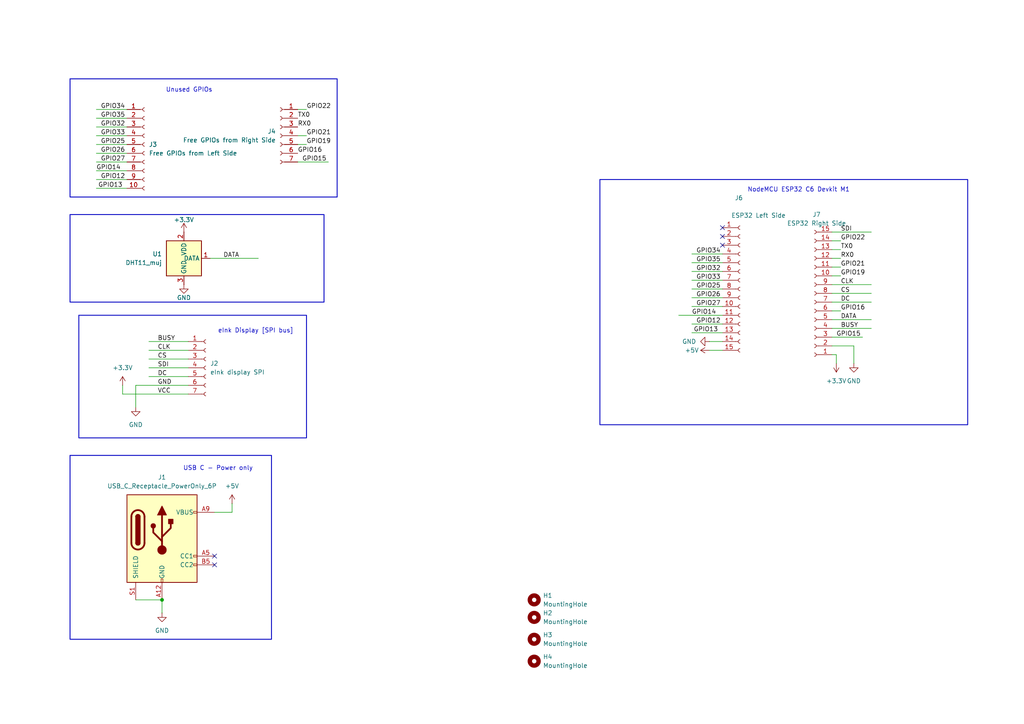
<source format=kicad_sch>
(kicad_sch (version 20250114) (generator "eeschema") (generator_version "9.0")
  (paper "A4")
  (lib_symbols
    (symbol "Connector:Conn_01x07_Socket" (pin_names (offset 1.016) (hide yes))
      (property "Reference" "J" (at 0 10.16 0))
      (property "Value" "Conn_01x07_Socket" (at 0 -10.16 0))
      (symbol "Conn_01x07_Socket_1_1"
        (polyline (pts (xy -1.27 7.62) (xy -0.508 7.62)) (stroke (width 0.1524)))
        (polyline (pts (xy -1.27 5.08) (xy -0.508 5.08)) (stroke (width 0.1524)))
        (polyline (pts (xy -1.27 2.54) (xy -0.508 2.54)) (stroke (width 0.1524)))
        (polyline (pts (xy -1.27 0) (xy -0.508 0)) (stroke (width 0.1524)))
        (polyline (pts (xy -1.27 -2.54) (xy -0.508 -2.54)) (stroke (width 0.1524)))
        (polyline (pts (xy -1.27 -5.08) (xy -0.508 -5.08)) (stroke (width 0.1524)))
        (polyline (pts (xy -1.27 -7.62) (xy -0.508 -7.62)) (stroke (width 0.1524)))
        (arc (start 0 7.112) (mid -0.5058 7.62) (end 0 8.128) (stroke (width 0.1524)))
        (arc (start 0 4.572) (mid -0.5058 5.08) (end 0 5.588) (stroke (width 0.1524)))
        (arc (start 0 2.032) (mid -0.5058 2.54) (end 0 3.048) (stroke (width 0.1524)))
        (arc (start 0 -0.508) (mid -0.5058 0) (end 0 0.508) (stroke (width 0.1524)))
        (arc (start 0 -3.048) (mid -0.5058 -2.54) (end 0 -2.032) (stroke (width 0.1524)))
        (arc (start 0 -5.588) (mid -0.5058 -5.08) (end 0 -4.572) (stroke (width 0.1524)))
        (arc (start 0 -8.128) (mid -0.5058 -7.62) (end 0 -7.112) (stroke (width 0.1524)))
        (pin passive line (at -5.08 7.62 0) (length 3.81) (name "Pin_1") (number "1"))
        (pin passive line (at -5.08 5.08 0) (length 3.81) (name "Pin_2") (number "2"))
        (pin passive line (at -5.08 2.54 0) (length 3.81) (name "Pin_3") (number "3"))
        (pin passive line (at -5.08 0 0) (length 3.81) (name "Pin_4") (number "4"))
        (pin passive line (at -5.08 -2.54 0) (length 3.81) (name "Pin_5") (number "5"))
        (pin passive line (at -5.08 -5.08 0) (length 3.81) (name "Pin_6") (number "6"))
        (pin passive line (at -5.08 -7.62 0) (length 3.81) (name "Pin_7") (number "7"))
      )
    )
    (symbol "Connector:Conn_01x10_Socket" (pin_names (offset 1.016) (hide yes))
      (property "Reference" "J" (at 0 12.7 0))
      (property "Value" "Conn_01x10_Socket" (at 0 -15.24 0))
      (symbol "Conn_01x10_Socket_1_1"
        (polyline (pts (xy -1.27 10.16) (xy -0.508 10.16)) (stroke (width 0.1524)))
        (polyline (pts (xy -1.27 7.62) (xy -0.508 7.62)) (stroke (width 0.1524)))
        (polyline (pts (xy -1.27 5.08) (xy -0.508 5.08)) (stroke (width 0.1524)))
        (polyline (pts (xy -1.27 2.54) (xy -0.508 2.54)) (stroke (width 0.1524)))
        (polyline (pts (xy -1.27 0) (xy -0.508 0)) (stroke (width 0.1524)))
        (polyline (pts (xy -1.27 -2.54) (xy -0.508 -2.54)) (stroke (width 0.1524)))
        (polyline (pts (xy -1.27 -5.08) (xy -0.508 -5.08)) (stroke (width 0.1524)))
        (polyline (pts (xy -1.27 -7.62) (xy -0.508 -7.62)) (stroke (width 0.1524)))
        (polyline (pts (xy -1.27 -10.16) (xy -0.508 -10.16)) (stroke (width 0.1524)))
        (polyline (pts (xy -1.27 -12.7) (xy -0.508 -12.7)) (stroke (width 0.1524)))
        (arc (start 0 9.652) (mid -0.5058 10.16) (end 0 10.668) (stroke (width 0.1524)))
        (arc (start 0 7.112) (mid -0.5058 7.62) (end 0 8.128) (stroke (width 0.1524)))
        (arc (start 0 4.572) (mid -0.5058 5.08) (end 0 5.588) (stroke (width 0.1524)))
        (arc (start 0 2.032) (mid -0.5058 2.54) (end 0 3.048) (stroke (width 0.1524)))
        (arc (start 0 -0.508) (mid -0.5058 0) (end 0 0.508) (stroke (width 0.1524)))
        (arc (start 0 -3.048) (mid -0.5058 -2.54) (end 0 -2.032) (stroke (width 0.1524)))
        (arc (start 0 -5.588) (mid -0.5058 -5.08) (end 0 -4.572) (stroke (width 0.1524)))
        (arc (start 0 -8.128) (mid -0.5058 -7.62) (end 0 -7.112) (stroke (width 0.1524)))
        (arc (start 0 -10.668) (mid -0.5058 -10.16) (end 0 -9.652) (stroke (width 0.1524)))
        (arc (start 0 -13.208) (mid -0.5058 -12.7) (end 0 -12.192) (stroke (width 0.1524)))
        (pin passive line (at -5.08 10.16 0) (length 3.81) (name "Pin_1") (number "1"))
        (pin passive line (at -5.08 7.62 0) (length 3.81) (name "Pin_2") (number "2"))
        (pin passive line (at -5.08 5.08 0) (length 3.81) (name "Pin_3") (number "3"))
        (pin passive line (at -5.08 2.54 0) (length 3.81) (name "Pin_4") (number "4"))
        (pin passive line (at -5.08 0 0) (length 3.81) (name "Pin_5") (number "5"))
        (pin passive line (at -5.08 -2.54 0) (length 3.81) (name "Pin_6") (number "6"))
        (pin passive line (at -5.08 -5.08 0) (length 3.81) (name "Pin_7") (number "7"))
        (pin passive line (at -5.08 -7.62 0) (length 3.81) (name "Pin_8") (number "8"))
        (pin passive line (at -5.08 -10.16 0) (length 3.81) (name "Pin_9") (number "9"))
        (pin passive line (at -5.08 -12.7 0) (length 3.81) (name "Pin_10") (number "10"))
      )
    )
    (symbol "Connector:Conn_01x15_Socket" (pin_names (offset 1.016) (hide yes))
      (property "Reference" "J" (at 0 20.32 0))
      (property "Value" "Conn_01x15_Socket" (at 0 -20.32 0))
      (symbol "Conn_01x15_Socket_1_1"
        (polyline (pts (xy -1.27 17.78) (xy -0.508 17.78)) (stroke (width 0.1524)))
        (polyline (pts (xy -1.27 15.24) (xy -0.508 15.24)) (stroke (width 0.1524)))
        (polyline (pts (xy -1.27 12.7) (xy -0.508 12.7)) (stroke (width 0.1524)))
        (polyline (pts (xy -1.27 10.16) (xy -0.508 10.16)) (stroke (width 0.1524)))
        (polyline (pts (xy -1.27 7.62) (xy -0.508 7.62)) (stroke (width 0.1524)))
        (polyline (pts (xy -1.27 5.08) (xy -0.508 5.08)) (stroke (width 0.1524)))
        (polyline (pts (xy -1.27 2.54) (xy -0.508 2.54)) (stroke (width 0.1524)))
        (polyline (pts (xy -1.27 0) (xy -0.508 0)) (stroke (width 0.1524)))
        (polyline (pts (xy -1.27 -2.54) (xy -0.508 -2.54)) (stroke (width 0.1524)))
        (polyline (pts (xy -1.27 -5.08) (xy -0.508 -5.08)) (stroke (width 0.1524)))
        (polyline (pts (xy -1.27 -7.62) (xy -0.508 -7.62)) (stroke (width 0.1524)))
        (polyline (pts (xy -1.27 -10.16) (xy -0.508 -10.16)) (stroke (width 0.1524)))
        (polyline (pts (xy -1.27 -12.7) (xy -0.508 -12.7)) (stroke (width 0.1524)))
        (polyline (pts (xy -1.27 -15.24) (xy -0.508 -15.24)) (stroke (width 0.1524)))
        (polyline (pts (xy -1.27 -17.78) (xy -0.508 -17.78)) (stroke (width 0.1524)))
        (arc (start 0 17.272) (mid -0.5058 17.78) (end 0 18.288) (stroke (width 0.1524)))
        (arc (start 0 14.732) (mid -0.5058 15.24) (end 0 15.748) (stroke (width 0.1524)))
        (arc (start 0 12.192) (mid -0.5058 12.7) (end 0 13.208) (stroke (width 0.1524)))
        (arc (start 0 9.652) (mid -0.5058 10.16) (end 0 10.668) (stroke (width 0.1524)))
        (arc (start 0 7.112) (mid -0.5058 7.62) (end 0 8.128) (stroke (width 0.1524)))
        (arc (start 0 4.572) (mid -0.5058 5.08) (end 0 5.588) (stroke (width 0.1524)))
        (arc (start 0 2.032) (mid -0.5058 2.54) (end 0 3.048) (stroke (width 0.1524)))
        (arc (start 0 -0.508) (mid -0.5058 0) (end 0 0.508) (stroke (width 0.1524)))
        (arc (start 0 -3.048) (mid -0.5058 -2.54) (end 0 -2.032) (stroke (width 0.1524)))
        (arc (start 0 -5.588) (mid -0.5058 -5.08) (end 0 -4.572) (stroke (width 0.1524)))
        (arc (start 0 -8.128) (mid -0.5058 -7.62) (end 0 -7.112) (stroke (width 0.1524)))
        (arc (start 0 -10.668) (mid -0.5058 -10.16) (end 0 -9.652) (stroke (width 0.1524)))
        (arc (start 0 -13.208) (mid -0.5058 -12.7) (end 0 -12.192) (stroke (width 0.1524)))
        (arc (start 0 -15.748) (mid -0.5058 -15.24) (end 0 -14.732) (stroke (width 0.1524)))
        (arc (start 0 -18.288) (mid -0.5058 -17.78) (end 0 -17.272) (stroke (width 0.1524)))
        (pin passive line (at -5.08 17.78 0) (length 3.81) (name "Pin_1") (number "1"))
        (pin passive line (at -5.08 15.24 0) (length 3.81) (name "Pin_2") (number "2"))
        (pin passive line (at -5.08 12.7 0) (length 3.81) (name "Pin_3") (number "3"))
        (pin passive line (at -5.08 10.16 0) (length 3.81) (name "Pin_4") (number "4"))
        (pin passive line (at -5.08 7.62 0) (length 3.81) (name "Pin_5") (number "5"))
        (pin passive line (at -5.08 5.08 0) (length 3.81) (name "Pin_6") (number "6"))
        (pin passive line (at -5.08 2.54 0) (length 3.81) (name "Pin_7") (number "7"))
        (pin passive line (at -5.08 0 0) (length 3.81) (name "Pin_8") (number "8"))
        (pin passive line (at -5.08 -2.54 0) (length 3.81) (name "Pin_9") (number "9"))
        (pin passive line (at -5.08 -5.08 0) (length 3.81) (name "Pin_10") (number "10"))
        (pin passive line (at -5.08 -7.62 0) (length 3.81) (name "Pin_11") (number "11"))
        (pin passive line (at -5.08 -10.16 0) (length 3.81) (name "Pin_12") (number "12"))
        (pin passive line (at -5.08 -12.7 0) (length 3.81) (name "Pin_13") (number "13"))
        (pin passive line (at -5.08 -15.24 0) (length 3.81) (name "Pin_14") (number "14"))
        (pin passive line (at -5.08 -17.78 0) (length 3.81) (name "Pin_15") (number "15"))
      )
    )
    (symbol "Connector:USB_C_Receptacle_PowerOnly_6P" (pin_names (offset 1.016))
      (property "Reference" "J" (at 0 16.51 0))
      (property "Value" "USB_C_Receptacle_PowerOnly_6P" (at 0 13.97 0))
      (symbol "USB_C_Receptacle_PowerOnly_6P_0_0"
        (rectangle (start -0.254 -12.7) (end 0.254 -11.684))
        (rectangle (start 10.16 7.874) (end 9.144 7.366))
        (rectangle (start 10.16 -4.826) (end 9.144 -5.334))
        (rectangle (start 10.16 -7.366) (end 9.144 -7.874))
      )
      (symbol "USB_C_Receptacle_PowerOnly_6P_0_1"
        (rectangle (start -10.16 12.7) (end 10.16 -12.7) (stroke (width 0.254)) (fill (type background)))
        (polyline (pts (xy -8.89 -1.27) (xy -8.89 6.35)) (stroke (width 0.508)))
        (rectangle (start -7.62 -1.27) (end -6.35 6.35) (stroke (width 0.254)) (fill (type outline)))
        (arc (start -7.62 6.35) (mid -6.985 6.9823) (end -6.35 6.35) (stroke (width 0.254)))
        (arc (start -7.62 6.35) (mid -6.985 6.9823) (end -6.35 6.35) (stroke (width 0.254)) (fill (type outline)))
        (arc (start -8.89 6.35) (mid -6.985 8.2467) (end -5.08 6.35) (stroke (width 0.508)))
        (arc (start -5.08 -1.27) (mid -6.985 -3.1667) (end -8.89 -1.27) (stroke (width 0.508)))
        (arc (start -6.35 -1.27) (mid -6.985 -1.9023) (end -7.62 -1.27) (stroke (width 0.254)))
        (arc (start -6.35 -1.27) (mid -6.985 -1.9023) (end -7.62 -1.27) (stroke (width 0.254)) (fill (type outline)))
        (polyline (pts (xy -5.08 6.35) (xy -5.08 -1.27)) (stroke (width 0.508)))
        (circle (center -2.54 3.683) (radius 0.635) (stroke (width 0.254)) (fill (type outline)))
        (polyline (pts (xy -1.27 6.858) (xy 0 9.398) (xy 1.27 6.858) (xy -1.27 6.858)) (stroke (width 0.254)) (fill (type outline)))
        (polyline (pts (xy 0 0.508) (xy 2.54 3.048) (xy 2.54 4.318)) (stroke (width 0.508)))
        (polyline (pts (xy 0 -0.762) (xy -2.54 1.778) (xy -2.54 3.048)) (stroke (width 0.508)))
        (polyline (pts (xy 0 -3.302) (xy 0 6.858)) (stroke (width 0.508)))
        (circle (center 0 -3.302) (radius 1.27) (fill (type outline)))
        (rectangle (start 1.905 4.318) (end 3.175 5.588) (stroke (width 0.254)) (fill (type outline)))
      )
      (symbol "USB_C_Receptacle_PowerOnly_6P_1_1"
        (pin passive line (at -7.62 -17.78 90) (length 5.08) (name "SHIELD") (number "S1"))
        (pin passive line (at 0 -17.78 90) (length 5.08) (name "GND") (number "A12"))
        (pin passive line (at 0 -17.78 90) (length 5.08) (hide yes) (name "GND") (number "B12"))
        (pin passive line (at 15.24 7.62 180) (length 5.08) (name "VBUS") (number "A9"))
        (pin passive line (at 15.24 7.62 180) (length 5.08) (hide yes) (name "VBUS") (number "B9"))
        (pin bidirectional line (at 15.24 -5.08 180) (length 5.08) (name "CC1") (number "A5"))
        (pin bidirectional line (at 15.24 -7.62 180) (length 5.08) (name "CC2") (number "B5"))
      )
    )
    (symbol "Mechanical:MountingHole" (pin_names (offset 1.016)) (exclude_from_sim yes) (in_bom no)
      (property "Reference" "H" (at 0 5.08 0))
      (property "Value" "MountingHole" (at 0 3.175 0))
      (symbol "MountingHole_0_1"
        (circle (center 0 0) (radius 1.27) (stroke (width 1.27)))
      )
    )
    (symbol "moje_knihovna:DHT11_muj"
      (property "Reference" "U" (at -3.81 6.35 0))
      (property "Value" "DHT11_muj" (at 3.81 6.35 0))
      (symbol "DHT11_muj_0_1"
        (rectangle (start -5.08 5.08) (end 5.08 -5.08) (stroke (width 0.254)) (fill (type background)))
      )
      (symbol "DHT11_muj_1_1"
        (pin power_in line (at 0 7.62 270) (length 2.54) (name "VDD") (number "2"))
        (pin power_in line (at 0 -7.62 90) (length 2.54) (name "GND") (number "3"))
        (pin bidirectional line (at 7.62 0 180) (length 2.54) (name "DATA") (number "1"))
      )
    )
    (symbol "power:+3.3V" (power) (pin_numbers (hide yes)) (pin_names (offset 0) (hide yes))
      (property "Value" "+3.3V" (at 0 3.556 0))
      (symbol "+3.3V_0_1"
        (polyline (pts (xy -0.762 1.27) (xy 0 2.54)))
        (polyline (pts (xy 0 2.54) (xy 0.762 1.27)))
        (polyline (pts (xy 0 0) (xy 0 2.54)))
      )
      (symbol "+3.3V_1_1"
        (pin power_in line (at 0 0 90) (length 0) (name "~") (number "1"))
      )
    )
    (symbol "power:+5V" (power) (pin_numbers (hide yes)) (pin_names (offset 0) (hide yes))
      (property "Value" "+5V" (at 0 3.556 0))
      (symbol "+5V_0_1"
        (polyline (pts (xy -0.762 1.27) (xy 0 2.54)))
        (polyline (pts (xy 0 2.54) (xy 0.762 1.27)))
        (polyline (pts (xy 0 0) (xy 0 2.54)))
      )
      (symbol "+5V_1_1"
        (pin power_in line (at 0 0 90) (length 0) (name "~") (number "1"))
      )
    )
    (symbol "power:GND" (power) (pin_numbers (hide yes)) (pin_names (offset 0) (hide yes))
      (property "Value" "GND" (at 0 -3.81 0))
      (symbol "GND_0_1"
        (polyline (pts (xy 0 0) (xy 0 -1.27) (xy 1.27 -1.27) (xy 0 -2.54) (xy -1.27 -1.27) (xy 0 -1.27)))
      )
      (symbol "GND_1_1"
        (pin power_in line (at 0 0 270) (length 0) (name "~") (number "1"))
      )
    )
  )
  (rectangle (start 20.32 22.86) (end 97.79 57.15) (stroke (width 0.254)))
  (rectangle (start 22.86 91.44) (end 88.9 127) (stroke (width 0.254)))
  (rectangle (start 173.99 52.07) (end 280.67 123.19) (stroke (width 0.254)))
  (rectangle (start 20.32 62.23) (end 93.98 87.63) (stroke (width 0.254)))
  (rectangle (start 20.32 132.08) (end 78.74 185.42) (stroke (width 0.254)))
  (text "USB C - Power only" (at 63.246 135.89 0) (effects (font (size 1.27 1.27))))
  (text "eInk Display [SPI bus]" (at 74.168 96.012 0) (effects (font (size 1.27 1.27))))
  (text "NodeMCU ESP32 C6 Devkit M1" (at 231.648 55.118 0) (effects (font (size 1.27 1.27))))
  (text "Unused GPIOs" (at 54.864 26.162 0) (effects (font (size 1.27 1.27))))
  (junction (at 46.99 173.99))
  (no_connect (at 209.55 68.58))
  (no_connect (at 209.55 71.12))
  (no_connect (at 62.23 161.29))
  (no_connect (at 62.23 163.83))
  (no_connect (at 209.55 66.04))
  (wire (pts (xy 209.55 96.52) (xy 200.66 96.52)))
  (wire (pts (xy 35.56 114.3) (xy 54.61 114.3)))
  (wire (pts (xy 200.66 76.2) (xy 209.55 76.2)))
  (wire (pts (xy 27.94 49.53) (xy 36.83 49.53)))
  (wire (pts (xy 241.3 77.47) (xy 243.84 77.47)))
  (wire (pts (xy 200.66 73.66) (xy 209.55 73.66)))
  (wire (pts (xy 86.36 39.37) (xy 88.9 39.37)))
  (wire (pts (xy 43.18 99.06) (xy 54.61 99.06)))
  (wire (pts (xy 67.31 148.59) (xy 67.31 146.05)))
  (wire (pts (xy 39.37 173.99) (xy 46.99 173.99)))
  (wire (pts (xy 241.3 80.01) (xy 243.84 80.01)))
  (wire (pts (xy 247.65 100.33) (xy 247.65 105.41)))
  (wire (pts (xy 27.94 46.99) (xy 36.83 46.99)))
  (wire (pts (xy 200.66 83.82) (xy 209.55 83.82)))
  (wire (pts (xy 62.23 148.59) (xy 67.31 148.59)))
  (wire (pts (xy 241.3 72.39) (xy 243.84 72.39)))
  (wire (pts (xy 36.83 54.61) (xy 27.94 54.61)))
  (wire (pts (xy 241.3 95.25) (xy 252.73 95.25)))
  (wire (pts (xy 200.66 78.74) (xy 209.55 78.74)))
  (wire (pts (xy 205.74 99.06) (xy 209.55 99.06)))
  (wire (pts (xy 209.55 91.44) (xy 196.85 91.44)))
  (wire (pts (xy 86.36 31.75) (xy 88.9 31.75)))
  (wire (pts (xy 43.18 109.22) (xy 54.61 109.22)))
  (wire (pts (xy 27.94 34.29) (xy 36.83 34.29)))
  (wire (pts (xy 241.3 92.71) (xy 252.73 92.71)))
  (wire (pts (xy 86.36 46.99) (xy 95.25 46.99)))
  (wire (pts (xy 43.18 104.14) (xy 54.61 104.14)))
  (wire (pts (xy 39.37 111.76) (xy 39.37 118.11)))
  (wire (pts (xy 27.94 31.75) (xy 36.83 31.75)))
  (wire (pts (xy 86.36 41.91) (xy 88.9 41.91)))
  (wire (pts (xy 241.3 67.31) (xy 252.73 67.31)))
  (wire (pts (xy 242.57 102.87) (xy 242.57 105.41)))
  (wire (pts (xy 200.66 93.98) (xy 209.55 93.98)))
  (wire (pts (xy 27.94 41.91) (xy 36.83 41.91)))
  (wire (pts (xy 241.3 100.33) (xy 247.65 100.33)))
  (wire (pts (xy 43.18 106.68) (xy 54.61 106.68)))
  (wire (pts (xy 27.94 39.37) (xy 36.83 39.37)))
  (wire (pts (xy 39.37 111.76) (xy 54.61 111.76)))
  (wire (pts (xy 241.3 102.87) (xy 242.57 102.87)))
  (wire (pts (xy 35.56 111.76) (xy 35.56 114.3)))
  (wire (pts (xy 200.66 86.36) (xy 209.55 86.36)))
  (wire (pts (xy 27.94 52.07) (xy 36.83 52.07)))
  (wire (pts (xy 200.66 81.28) (xy 209.55 81.28)))
  (wire (pts (xy 46.99 173.99) (xy 46.99 177.8)))
  (wire (pts (xy 241.3 74.93) (xy 243.84 74.93)))
  (wire (pts (xy 27.94 44.45) (xy 36.83 44.45)))
  (wire (pts (xy 43.18 101.6) (xy 54.61 101.6)))
  (wire (pts (xy 241.3 90.17) (xy 243.84 90.17)))
  (wire (pts (xy 60.96 74.93) (xy 74.93 74.93)))
  (wire (pts (xy 205.74 101.6) (xy 209.55 101.6)))
  (wire (pts (xy 27.94 36.83) (xy 36.83 36.83)))
  (wire (pts (xy 241.3 97.79) (xy 250.19 97.79)))
  (wire (pts (xy 241.3 85.09) (xy 252.73 85.09)))
  (wire (pts (xy 241.3 69.85) (xy 243.84 69.85)))
  (wire (pts (xy 200.66 88.9) (xy 209.55 88.9)))
  (wire (pts (xy 241.3 82.55) (xy 252.73 82.55)))
  (wire (pts (xy 241.3 87.63) (xy 252.73 87.63)))
  (label "BUSY" (at 243.84 95.25 0))
  (label "DATA" (at 64.77 74.93 0))
  (label "RX0" (at 86.36 36.83 0))
  (label "GPIO26" (at 29.21 44.45 0))
  (label "GPIO21" (at 88.9 39.37 0))
  (label "DC" (at 45.72 109.22 0))
  (label "GPIO22" (at 243.84 69.85 0))
  (label "GPIO27" (at 29.21 46.99 0))
  (label "GPIO33" (at 29.21 39.37 0))
  (label "SDI" (at 243.84 67.31 0))
  (label "CS" (at 243.84 85.09 0))
  (label "SDI" (at 45.72 106.68 0))
  (label "GPIO33" (at 201.93 81.28 0))
  (label "TX0" (at 86.36 34.29 0))
  (label "CS" (at 45.72 104.14 0))
  (label "GPIO26" (at 201.93 86.36 0))
  (label "GPIO35" (at 201.93 76.2 0))
  (label "BUSY" (at 45.72 99.06 0))
  (label "GPIO32" (at 201.93 78.74 0))
  (label "GPIO22" (at 88.9 31.75 0))
  (label "GPIO15" (at 242.57 97.79 0))
  (label "GPIO13" (at 208.28 96.52 180))
  (label "GPIO15" (at 87.63 46.99 0))
  (label "GPIO27" (at 201.93 88.9 0))
  (label "VCC" (at 45.72 114.3 0))
  (label "GND" (at 45.72 111.76 0))
  (label "GPIO21" (at 243.84 77.47 0))
  (label "CLK" (at 243.84 82.55 0))
  (label "GPIO16" (at 243.84 90.17 0))
  (label "GPIO34" (at 201.93 73.66 0))
  (label "GPIO12" (at 29.21 52.07 0))
  (label "TX0" (at 243.84 72.39 0))
  (label "GPIO32" (at 29.21 36.83 0))
  (label "DATA" (at 243.84 92.71 0))
  (label "GPIO16" (at 86.36 44.45 0))
  (label "DC" (at 243.84 87.63 0))
  (label "GPIO19" (at 88.9 41.91 0))
  (label "GPIO19" (at 243.84 80.01 0))
  (label "GPIO25" (at 201.93 83.82 0))
  (label "GPIO12" (at 201.93 93.98 0))
  (label "GPIO14" (at 27.94 49.53 0))
  (label "GPIO13" (at 35.56 54.61 180))
  (label "GPIO35" (at 29.21 34.29 0))
  (label "CLK" (at 45.72 101.6 0))
  (label "GPIO34" (at 29.21 31.75 0))
  (label "GPIO25" (at 29.21 41.91 0))
  (label "GPIO14" (at 200.66 91.44 0))
  (label "RX0" (at 243.84 74.93 0))
  (symbol (lib_id "Connector:Conn_01x15_Socket") (at 214.63 83.82 0) (unit 1)
    (property "Reference" "J6" (at 213.106 57.404 0) (effects (justify left)))
    (property "Value" "ESP32 Left Side" (at 212.09 62.484 0) (effects (justify left)))
    (property "Footprint" "Connector_PinSocket_2.54mm:PinSocket_1x15_P2.54mm_Vertical" (effects (hide yes)))
    (property "Description" "Generic connector, single row, 01x15, script generated" (effects (hide yes)))
  )
  (symbol (lib_id "power:GND") (at 247.65 105.41 0) (unit 1)
    (property "Reference" "#PWR02" (effects (hide yes)))
    (property "Value" "GND" (at 247.65 110.49 0))
    (property "Description" "Power symbol creates a global label with name \"GND\" , ground" (effects (hide yes)))
  )
  (symbol (lib_id "power:GND") (at 46.99 177.8 0) (unit 1)
    (property "Reference" "#PWR01" (effects (hide yes)))
    (property "Value" "GND" (at 46.99 182.88 0))
    (property "Description" "Power symbol creates a global label with name \"GND\" , ground" (effects (hide yes)))
  )
  (symbol (lib_id "Connector:Conn_01x15_Socket") (at 236.22 85.09 180) (unit 1)
    (property "Reference" "J7" (at 236.855 62.23 0))
    (property "Value" "ESP32 Right Side" (at 236.855 64.77 0))
    (property "Footprint" "Connector_PinSocket_2.54mm:PinSocket_1x15_P2.54mm_Vertical" (effects (hide yes)))
    (property "Description" "Generic connector, single row, 01x15, script generated" (effects (hide yes)))
  )
  (symbol (lib_id "Mechanical:MountingHole") (at 154.94 191.77 0) (unit 1) (exclude_from_sim yes) (in_bom no)
    (property "Reference" "H4" (at 157.48 190.4999 0) (effects (justify left)))
    (property "Value" "MountingHole" (at 157.48 193.0399 0) (effects (justify left)))
    (property "Footprint" "MountingHole:MountingHole_3.2mm_M3_ISO14580_Pad_TopBottom" (effects (hide yes)))
    (property "Description" "Mounting Hole without connection" (effects (hide yes)))
  )
  (symbol (lib_id "Mechanical:MountingHole") (at 154.94 173.99 0) (unit 1) (exclude_from_sim yes) (in_bom no)
    (property "Reference" "H1" (at 157.48 172.7199 0) (effects (justify left)))
    (property "Value" "MountingHole" (at 157.48 175.2599 0) (effects (justify left)))
    (property "Footprint" "MountingHole:MountingHole_3.2mm_M3_ISO14580_Pad_TopBottom" (effects (hide yes)))
    (property "Description" "Mounting Hole without connection" (effects (hide yes)))
  )
  (symbol (lib_id "power:GND") (at 53.34 82.55 0) (unit 1)
    (property "Reference" "#PWR011" (effects (hide yes)))
    (property "Value" "GND" (at 53.34 86.36 0))
    (property "Description" "Power symbol creates a global label with name \"GND\" , ground" (effects (hide yes)))
  )
  (symbol (lib_id "Connector:USB_C_Receptacle_PowerOnly_6P") (at 46.99 156.21 0) (unit 1)
    (property "Reference" "J1" (at 46.99 138.43 0))
    (property "Value" "USB_C_Receptacle_PowerOnly_6P" (at 46.99 140.97 0))
    (property "Footprint" "Connector_USB:USB_C_Receptacle_GCT_USB4135-GF-A_6P_TopMnt_Horizontal" (effects (hide yes)))
    (property "Datasheet" "https://www.usb.org/sites/default/files/documents/usb_type-c.zip" (effects (hide yes)))
    (property "Description" "USB Power-Only 6P Type-C Receptacle connector" (effects (hide yes)))
  )
  (symbol (lib_id "power:+5V") (at 67.31 146.05 0) (unit 1)
    (property "Reference" "#PWR07" (effects (hide yes)))
    (property "Value" "+5V" (at 67.31 140.97 0))
    (property "Description" "Power symbol creates a global label with name \"+5V\"" (effects (hide yes)))
  )
  (symbol (lib_id "power:GND") (at 205.74 99.06 270) (unit 1)
    (property "Reference" "#PWR06" (effects (hide yes)))
    (property "Value" "GND" (at 201.93 99.0599 90) (effects (justify right)))
    (property "Description" "Power symbol creates a global label with name \"GND\" , ground" (effects (hide yes)))
  )
  (symbol (lib_id "moje_knihovna:DHT11_muj") (at 53.34 74.93 0) (unit 1)
    (property "Reference" "U1" (at 46.99 73.6599 0) (effects (justify right)))
    (property "Value" "DHT11_muj" (at 46.99 76.1999 0) (effects (justify right)))
    (property "Footprint" "Connector_PinSocket_2.54mm:PinSocket_1x03_P2.54mm_Vertical" (effects (hide yes)))
    (property "Datasheet" "http://akizukidenshi.com/download/ds/aosong/DHT11.pdf" (effects (hide yes)))
    (property "Description" "3.3V to 5.5V, temperature and humidity module, DHT11" (effects (hide yes)))
  )
  (symbol (lib_id "power:+3.3V") (at 35.56 111.76 0) (unit 1)
    (property "Reference" "#PWR09" (effects (hide yes)))
    (property "Value" "+3.3V" (at 35.56 106.68 0))
    (property "Description" "Power symbol creates a global label with name \"+3.3V\"" (effects (hide yes)))
  )
  (symbol (lib_id "Connector:Conn_01x10_Socket") (at 41.91 41.91 0) (unit 1)
    (property "Reference" "J3" (at 43.18 41.9099 0) (effects (justify left)))
    (property "Value" "Free GPIOs from Left Side" (at 43.18 44.4499 0) (effects (justify left)))
    (property "Footprint" "Connector_PinSocket_2.54mm:PinSocket_1x10_P2.54mm_Vertical" (effects (hide yes)))
    (property "Description" "Generic connector, single row, 01x10, script generated" (effects (hide yes)))
  )
  (symbol (lib_id "power:+5V") (at 205.74 101.6 90) (unit 1)
    (property "Reference" "#PWR05" (effects (hide yes)))
    (property "Value" "+5V" (at 200.66 101.6 90))
    (property "Description" "Power symbol creates a global label with name \"+5V\"" (effects (hide yes)))
  )
  (symbol (lib_id "Connector:Conn_01x07_Socket") (at 81.28 39.37 0) (mirror y) (unit 1)
    (property "Reference" "J4" (at 80.01 38.0999 0) (effects (justify left)))
    (property "Value" "Free GPIOs from Right Side" (at 80.01 40.6399 0) (effects (justify left)))
    (property "Footprint" "Connector_PinSocket_2.54mm:PinSocket_1x07_P2.54mm_Vertical" (effects (hide yes)))
    (property "Description" "Generic connector, single row, 01x07, script generated" (effects (hide yes)))
  )
  (symbol (lib_id "Mechanical:MountingHole") (at 154.94 185.42 0) (unit 1) (exclude_from_sim yes) (in_bom no)
    (property "Reference" "H3" (at 157.48 184.1499 0) (effects (justify left)))
    (property "Value" "MountingHole" (at 157.48 186.6899 0) (effects (justify left)))
    (property "Footprint" "MountingHole:MountingHole_3.2mm_M3_ISO14580_Pad_TopBottom" (effects (hide yes)))
    (property "Description" "Mounting Hole without connection" (effects (hide yes)))
  )
  (symbol (lib_id "Mechanical:MountingHole") (at 154.94 179.07 0) (unit 1) (exclude_from_sim yes) (in_bom no)
    (property "Reference" "H2" (at 157.48 177.7999 0) (effects (justify left)))
    (property "Value" "MountingHole" (at 157.48 180.3399 0) (effects (justify left)))
    (property "Footprint" "MountingHole:MountingHole_3.2mm_M3_ISO14580_Pad_TopBottom" (effects (hide yes)))
    (property "Description" "Mounting Hole without connection" (effects (hide yes)))
  )
  (symbol (lib_id "power:+3.3V") (at 53.34 67.31 0) (unit 1)
    (property "Reference" "#PWR08" (effects (hide yes)))
    (property "Value" "+3.3V" (at 53.34 63.754 0))
    (property "Description" "Power symbol creates a global label with name \"+3.3V\"" (effects (hide yes)))
  )
  (symbol (lib_id "Connector:Conn_01x07_Socket") (at 59.69 106.68 0) (unit 1)
    (property "Reference" "J2" (at 60.96 105.4099 0) (effects (justify left)))
    (property "Value" "eInk display SPI" (at 60.96 107.9499 0) (effects (justify left)))
    (property "Footprint" "Connector_PinSocket_2.54mm:PinSocket_1x07_P2.54mm_Vertical" (effects (hide yes)))
    (property "Description" "Generic connector, single row, 01x07, script generated" (effects (hide yes)))
  )
  (symbol (lib_id "power:GND") (at 39.37 118.11 0) (unit 1)
    (property "Reference" "#PWR010" (effects (hide yes)))
    (property "Value" "GND" (at 39.37 123.19 0))
    (property "Description" "Power symbol creates a global label with name \"GND\" , ground" (effects (hide yes)))
  )
  (symbol (lib_id "power:+3.3V") (at 242.57 105.41 180) (unit 1)
    (property "Reference" "#PWR03" (effects (hide yes)))
    (property "Value" "+3.3V" (at 242.57 110.49 0))
    (property "Description" "Power symbol creates a global label with name \"+3.3V\"" (effects (hide yes)))
  )
)
</source>
